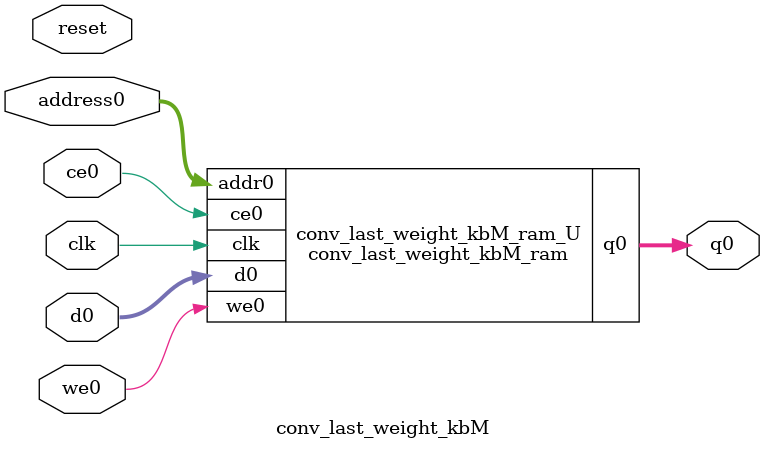
<source format=v>

`timescale 1 ns / 1 ps
module conv_last_weight_kbM_ram (addr0, ce0, d0, we0, q0,  clk);

parameter DWIDTH = 8;
parameter AWIDTH = 14;
parameter MEM_SIZE = 12288;

input[AWIDTH-1:0] addr0;
input ce0;
input[DWIDTH-1:0] d0;
input we0;
output reg[DWIDTH-1:0] q0;
input clk;

(* ram_style = "block" *)reg [DWIDTH-1:0] ram[0:MEM_SIZE-1];




always @(posedge clk)  
begin 
    if (ce0) 
    begin
        if (we0) 
        begin 
            ram[addr0] <= d0; 
            q0 <= d0;
        end 
        else 
            q0 <= ram[addr0];
    end
end


endmodule


`timescale 1 ns / 1 ps
module conv_last_weight_kbM(
    reset,
    clk,
    address0,
    ce0,
    we0,
    d0,
    q0);

parameter DataWidth = 32'd8;
parameter AddressRange = 32'd12288;
parameter AddressWidth = 32'd14;
input reset;
input clk;
input[AddressWidth - 1:0] address0;
input ce0;
input we0;
input[DataWidth - 1:0] d0;
output[DataWidth - 1:0] q0;



conv_last_weight_kbM_ram conv_last_weight_kbM_ram_U(
    .clk( clk ),
    .addr0( address0 ),
    .ce0( ce0 ),
    .d0( d0 ),
    .we0( we0 ),
    .q0( q0 ));

endmodule


</source>
